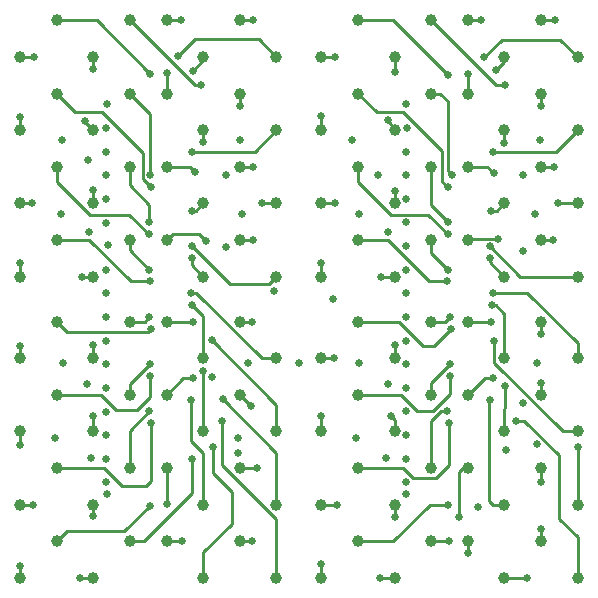
<source format=gbr>
%TF.GenerationSoftware,KiCad,Pcbnew,5.1.9-73d0e3b20d~88~ubuntu20.04.1*%
%TF.CreationDate,2021-03-01T10:08:49-05:00*%
%TF.ProjectId,SiPM_Board,5369504d-5f42-46f6-9172-642e6b696361,rev?*%
%TF.SameCoordinates,Original*%
%TF.FileFunction,Copper,L1,Top*%
%TF.FilePolarity,Positive*%
%FSLAX46Y46*%
G04 Gerber Fmt 4.6, Leading zero omitted, Abs format (unit mm)*
G04 Created by KiCad (PCBNEW 5.1.9-73d0e3b20d~88~ubuntu20.04.1) date 2021-03-01 10:08:49*
%MOMM*%
%LPD*%
G01*
G04 APERTURE LIST*
%TA.AperFunction,SMDPad,CuDef*%
%ADD10C,1.000000*%
%TD*%
%TA.AperFunction,ViaPad*%
%ADD11C,0.635000*%
%TD*%
%TA.AperFunction,Conductor*%
%ADD12C,0.294640*%
%TD*%
%TA.AperFunction,Conductor*%
%ADD13C,0.250000*%
%TD*%
G04 APERTURE END LIST*
D10*
%TO.P,U5,H4*%
%TO.N,/BIAS4*%
X151900000Y-111200000D03*
%TO.P,U5,H2*%
X151900000Y-105000000D03*
%TO.P,U5,G3*%
%TO.N,Net-(J2-Pad47)*%
X155000000Y-108100000D03*
%TO.P,U5,G1*%
%TO.N,Net-(J2-Pad39)*%
X155000000Y-101900000D03*
%TO.P,U5,F4*%
%TO.N,/BIAS4*%
X158100000Y-111200000D03*
%TO.P,U5,E3*%
%TO.N,Net-(J2-Pad45)*%
X161200000Y-108100000D03*
%TO.P,U5,F2*%
%TO.N,/BIAS4*%
X158100000Y-105000000D03*
%TO.P,U5,E1*%
%TO.N,Net-(J2-Pad37)*%
X161200000Y-101900000D03*
%TO.P,U5,A2*%
%TO.N,Net-(J2-Pad33)*%
X173600000Y-105000000D03*
%TO.P,U5,B1*%
%TO.N,/BIAS4*%
X170500000Y-101900000D03*
%TO.P,U5,C2*%
%TO.N,Net-(J2-Pad35)*%
X167400000Y-105000000D03*
%TO.P,U5,D1*%
%TO.N,/BIAS4*%
X164300000Y-101900000D03*
%TO.P,U5,A4*%
%TO.N,Net-(J2-Pad41)*%
X173600000Y-111200000D03*
%TO.P,U5,B3*%
%TO.N,/BIAS4*%
X170500000Y-108100000D03*
%TO.P,U5,C4*%
%TO.N,Net-(J2-Pad43)*%
X167400000Y-111200000D03*
%TO.P,U5,D3*%
%TO.N,/BIAS4*%
X164300000Y-108100000D03*
%TO.P,U5,C8*%
%TO.N,Net-(J2-Pad59)*%
X167400000Y-123600000D03*
%TO.P,U5,A8*%
%TO.N,Net-(J2-Pad57)*%
X173600000Y-123600000D03*
%TO.P,U5,B7*%
%TO.N,/BIAS4*%
X170500000Y-120500000D03*
%TO.P,U5,D7*%
X164300000Y-120500000D03*
%TO.P,U5,A6*%
%TO.N,Net-(J2-Pad49)*%
X173600000Y-117400000D03*
%TO.P,U5,B5*%
%TO.N,/BIAS4*%
X170500000Y-114300000D03*
%TO.P,U5,C6*%
%TO.N,Net-(J2-Pad51)*%
X167400000Y-117400000D03*
%TO.P,U5,D5*%
%TO.N,/BIAS4*%
X164300000Y-114300000D03*
%TO.P,U5,H8*%
X151900000Y-123600000D03*
%TO.P,U5,H6*%
X151900000Y-117400000D03*
%TO.P,U5,G5*%
%TO.N,Net-(J2-Pad55)*%
X155000000Y-114300000D03*
%TO.P,U5,F8*%
%TO.N,/BIAS4*%
X158100000Y-123600000D03*
%TO.P,U5,G7*%
%TO.N,Net-(J2-Pad63)*%
X155000000Y-120500000D03*
%TO.P,U5,E7*%
%TO.N,Net-(J2-Pad61)*%
X161200000Y-120500000D03*
%TO.P,U5,F6*%
%TO.N,/BIAS4*%
X158100000Y-117400000D03*
%TO.P,U5,E5*%
%TO.N,Net-(J2-Pad53)*%
X161200000Y-114300000D03*
%TD*%
%TO.P,U3,H4*%
%TO.N,/BIAS2*%
X126400000Y-111200000D03*
%TO.P,U3,H2*%
X126400000Y-105000000D03*
%TO.P,U3,G3*%
%TO.N,Net-(J1-Pad47)*%
X129500000Y-108100000D03*
%TO.P,U3,G1*%
%TO.N,Net-(J1-Pad39)*%
X129500000Y-101900000D03*
%TO.P,U3,F4*%
%TO.N,/BIAS2*%
X132600000Y-111200000D03*
%TO.P,U3,E3*%
%TO.N,Net-(J1-Pad45)*%
X135700000Y-108100000D03*
%TO.P,U3,F2*%
%TO.N,/BIAS2*%
X132600000Y-105000000D03*
%TO.P,U3,E1*%
%TO.N,Net-(J1-Pad37)*%
X135700000Y-101900000D03*
%TO.P,U3,A2*%
%TO.N,Net-(J1-Pad33)*%
X148100000Y-105000000D03*
%TO.P,U3,B1*%
%TO.N,/BIAS2*%
X145000000Y-101900000D03*
%TO.P,U3,C2*%
%TO.N,Net-(J1-Pad35)*%
X141900000Y-105000000D03*
%TO.P,U3,D1*%
%TO.N,/BIAS2*%
X138800000Y-101900000D03*
%TO.P,U3,A4*%
%TO.N,Net-(J1-Pad41)*%
X148100000Y-111200000D03*
%TO.P,U3,B3*%
%TO.N,/BIAS2*%
X145000000Y-108100000D03*
%TO.P,U3,C4*%
%TO.N,Net-(J1-Pad43)*%
X141900000Y-111200000D03*
%TO.P,U3,D3*%
%TO.N,/BIAS2*%
X138800000Y-108100000D03*
%TO.P,U3,C8*%
%TO.N,Net-(J1-Pad59)*%
X141900000Y-123600000D03*
%TO.P,U3,A8*%
%TO.N,Net-(J1-Pad57)*%
X148100000Y-123600000D03*
%TO.P,U3,B7*%
%TO.N,/BIAS2*%
X145000000Y-120500000D03*
%TO.P,U3,D7*%
X138800000Y-120500000D03*
%TO.P,U3,A6*%
%TO.N,Net-(J1-Pad49)*%
X148100000Y-117400000D03*
%TO.P,U3,B5*%
%TO.N,/BIAS2*%
X145000000Y-114300000D03*
%TO.P,U3,C6*%
%TO.N,Net-(J1-Pad51)*%
X141900000Y-117400000D03*
%TO.P,U3,D5*%
%TO.N,/BIAS2*%
X138800000Y-114300000D03*
%TO.P,U3,H8*%
X126400000Y-123600000D03*
%TO.P,U3,H6*%
X126400000Y-117400000D03*
%TO.P,U3,G5*%
%TO.N,Net-(J1-Pad55)*%
X129500000Y-114300000D03*
%TO.P,U3,F8*%
%TO.N,/BIAS2*%
X132600000Y-123600000D03*
%TO.P,U3,G7*%
%TO.N,Net-(J1-Pad63)*%
X129500000Y-120500000D03*
%TO.P,U3,E7*%
%TO.N,Net-(J1-Pad61)*%
X135700000Y-120500000D03*
%TO.P,U3,F6*%
%TO.N,/BIAS2*%
X132600000Y-117400000D03*
%TO.P,U3,E5*%
%TO.N,Net-(J1-Pad53)*%
X135700000Y-114300000D03*
%TD*%
%TO.P,U4,E5*%
%TO.N,Net-(J2-Pad21)*%
X161200000Y-88800000D03*
%TO.P,U4,F6*%
%TO.N,/BIAS3*%
X158100000Y-91900000D03*
%TO.P,U4,E7*%
%TO.N,Net-(J2-Pad29)*%
X161200000Y-95000000D03*
%TO.P,U4,G7*%
%TO.N,Net-(J2-Pad31)*%
X155000000Y-95000000D03*
%TO.P,U4,F8*%
%TO.N,/BIAS3*%
X158100000Y-98100000D03*
%TO.P,U4,G5*%
%TO.N,Net-(J2-Pad23)*%
X155000000Y-88800000D03*
%TO.P,U4,H6*%
%TO.N,/BIAS3*%
X151900000Y-91900000D03*
%TO.P,U4,H8*%
X151900000Y-98100000D03*
%TO.P,U4,D5*%
X164300000Y-88800000D03*
%TO.P,U4,C6*%
%TO.N,Net-(J2-Pad19)*%
X167400000Y-91900000D03*
%TO.P,U4,B5*%
%TO.N,/BIAS3*%
X170500000Y-88800000D03*
%TO.P,U4,A6*%
%TO.N,Net-(J2-Pad17)*%
X173600000Y-91900000D03*
%TO.P,U4,D7*%
%TO.N,/BIAS3*%
X164300000Y-95000000D03*
%TO.P,U4,B7*%
X170500000Y-95000000D03*
%TO.P,U4,A8*%
%TO.N,Net-(J2-Pad25)*%
X173600000Y-98100000D03*
%TO.P,U4,C8*%
%TO.N,Net-(J2-Pad27)*%
X167400000Y-98100000D03*
%TO.P,U4,D3*%
%TO.N,/BIAS3*%
X164300000Y-82600000D03*
%TO.P,U4,C4*%
%TO.N,Net-(J2-Pad11)*%
X167400000Y-85700000D03*
%TO.P,U4,B3*%
%TO.N,/BIAS3*%
X170500000Y-82600000D03*
%TO.P,U4,A4*%
%TO.N,Net-(J2-Pad9)*%
X173600000Y-85700000D03*
%TO.P,U4,D1*%
%TO.N,/BIAS3*%
X164300000Y-76400000D03*
%TO.P,U4,C2*%
%TO.N,Net-(J2-Pad3)*%
X167400000Y-79500000D03*
%TO.P,U4,B1*%
%TO.N,/BIAS3*%
X170500000Y-76400000D03*
%TO.P,U4,A2*%
%TO.N,Net-(J2-Pad1)*%
X173600000Y-79500000D03*
%TO.P,U4,E1*%
%TO.N,Net-(J2-Pad5)*%
X161200000Y-76400000D03*
%TO.P,U4,F2*%
%TO.N,/BIAS3*%
X158100000Y-79500000D03*
%TO.P,U4,E3*%
%TO.N,Net-(J2-Pad13)*%
X161200000Y-82600000D03*
%TO.P,U4,F4*%
%TO.N,/BIAS3*%
X158100000Y-85700000D03*
%TO.P,U4,G1*%
%TO.N,Net-(J2-Pad7)*%
X155000000Y-76400000D03*
%TO.P,U4,G3*%
%TO.N,Net-(J2-Pad15)*%
X155000000Y-82600000D03*
%TO.P,U4,H2*%
%TO.N,/BIAS3*%
X151900000Y-79500000D03*
%TO.P,U4,H4*%
X151900000Y-85700000D03*
%TD*%
%TO.P,U2,H4*%
%TO.N,/BIAS1*%
X126400000Y-85700000D03*
%TO.P,U2,H2*%
X126400000Y-79500000D03*
%TO.P,U2,G3*%
%TO.N,Net-(J1-Pad15)*%
X129500000Y-82600000D03*
%TO.P,U2,G1*%
%TO.N,Net-(J1-Pad7)*%
X129500000Y-76400000D03*
%TO.P,U2,F4*%
%TO.N,/BIAS1*%
X132600000Y-85700000D03*
%TO.P,U2,E3*%
%TO.N,Net-(J1-Pad13)*%
X135700000Y-82600000D03*
%TO.P,U2,F2*%
%TO.N,/BIAS1*%
X132600000Y-79500000D03*
%TO.P,U2,E1*%
%TO.N,Net-(J1-Pad5)*%
X135700000Y-76400000D03*
%TO.P,U2,A2*%
%TO.N,Net-(J1-Pad1)*%
X148100000Y-79500000D03*
%TO.P,U2,B1*%
%TO.N,/BIAS1*%
X145000000Y-76400000D03*
%TO.P,U2,C2*%
%TO.N,Net-(J1-Pad3)*%
X141900000Y-79500000D03*
%TO.P,U2,D1*%
%TO.N,/BIAS1*%
X138800000Y-76400000D03*
%TO.P,U2,A4*%
%TO.N,Net-(J1-Pad9)*%
X148100000Y-85700000D03*
%TO.P,U2,B3*%
%TO.N,/BIAS1*%
X145000000Y-82600000D03*
%TO.P,U2,C4*%
%TO.N,Net-(J1-Pad11)*%
X141900000Y-85700000D03*
%TO.P,U2,D3*%
%TO.N,/BIAS1*%
X138800000Y-82600000D03*
%TO.P,U2,C8*%
%TO.N,Net-(J1-Pad27)*%
X141900000Y-98100000D03*
%TO.P,U2,A8*%
%TO.N,Net-(J1-Pad25)*%
X148100000Y-98100000D03*
%TO.P,U2,B7*%
%TO.N,/BIAS1*%
X145000000Y-95000000D03*
%TO.P,U2,D7*%
X138800000Y-95000000D03*
%TO.P,U2,A6*%
%TO.N,Net-(J1-Pad17)*%
X148100000Y-91900000D03*
%TO.P,U2,B5*%
%TO.N,/BIAS1*%
X145000000Y-88800000D03*
%TO.P,U2,C6*%
%TO.N,Net-(J1-Pad19)*%
X141900000Y-91900000D03*
%TO.P,U2,D5*%
%TO.N,/BIAS1*%
X138800000Y-88800000D03*
%TO.P,U2,H8*%
X126400000Y-98100000D03*
%TO.P,U2,H6*%
X126400000Y-91900000D03*
%TO.P,U2,G5*%
%TO.N,Net-(J1-Pad23)*%
X129500000Y-88800000D03*
%TO.P,U2,F8*%
%TO.N,/BIAS1*%
X132600000Y-98100000D03*
%TO.P,U2,G7*%
%TO.N,Net-(J1-Pad31)*%
X129500000Y-95000000D03*
%TO.P,U2,E7*%
%TO.N,Net-(J1-Pad29)*%
X135700000Y-95000000D03*
%TO.P,U2,F6*%
%TO.N,/BIAS1*%
X132600000Y-91900000D03*
%TO.P,U2,E5*%
%TO.N,Net-(J1-Pad21)*%
X135700000Y-88800000D03*
%TD*%
D11*
%TO.N,GND*%
X133707308Y-111522692D03*
X133707308Y-103522692D03*
X133707308Y-101522692D03*
X133707308Y-87522692D03*
X133707308Y-115522692D03*
X133707308Y-113522692D03*
X133707308Y-107522692D03*
X133707308Y-105522692D03*
X133707308Y-109522692D03*
X133827308Y-95432692D03*
X133707308Y-85522692D03*
X133707308Y-93522692D03*
X133707308Y-91522692D03*
X133707308Y-89522692D03*
X133707308Y-99522692D03*
X133707308Y-97522692D03*
X159077308Y-111512692D03*
X159077308Y-103512692D03*
X159077308Y-101512692D03*
X159077308Y-87512692D03*
X159077308Y-115512692D03*
X159077308Y-113512692D03*
X159077308Y-107512692D03*
X159077308Y-105512692D03*
X159077308Y-109512692D03*
X159077308Y-95512692D03*
X159077308Y-93512692D03*
X159077308Y-91512692D03*
X159077308Y-89512692D03*
X159077308Y-99512692D03*
X159077308Y-97512692D03*
X143870000Y-89500000D03*
X168940000Y-89490000D03*
X167540000Y-112770000D03*
X132427500Y-113492500D03*
X156700000Y-89510000D03*
X157362500Y-113492500D03*
X132167500Y-88232500D03*
X152860000Y-100000000D03*
X144880000Y-113040000D03*
X132057500Y-107172500D03*
X142670000Y-106620000D03*
X157562500Y-107172500D03*
X132240000Y-94280000D03*
X143870000Y-95620000D03*
X157540000Y-94290000D03*
X168940000Y-95900000D03*
X168940000Y-108800000D03*
X159127308Y-85512692D03*
X150000000Y-105400000D03*
X147935320Y-99344680D03*
%TO.N,/BIAS1*%
X133762700Y-83502700D03*
X142170000Y-95100000D03*
X127570000Y-79500000D03*
X126400000Y-84610000D03*
X132600000Y-90800000D03*
X126400000Y-96980000D03*
X131640000Y-98100000D03*
X144992500Y-86507500D03*
X138800000Y-80870000D03*
X132600000Y-80550000D03*
X129852500Y-92827500D03*
X145142500Y-92827500D03*
X127420000Y-91900000D03*
X129970000Y-86520000D03*
X131855000Y-84955000D03*
X139990000Y-76400000D03*
X146090000Y-76400000D03*
X145000000Y-83680000D03*
X146080000Y-95000000D03*
X146120000Y-88800000D03*
X141210000Y-89220000D03*
%TO.N,/BIAS2*%
X133757366Y-116502634D03*
X131470000Y-123600000D03*
X140110000Y-120500000D03*
X138800000Y-117340000D03*
X126400000Y-112350000D03*
X129382500Y-111767500D03*
X132600000Y-109880000D03*
X141060000Y-106710000D03*
X141020000Y-101900000D03*
X132600000Y-118350000D03*
X146030000Y-120500000D03*
X146440000Y-114300000D03*
X144877500Y-111767500D03*
X130042500Y-105447500D03*
X145670000Y-105450000D03*
X145930000Y-109030000D03*
X127460000Y-117400000D03*
X126400000Y-122580000D03*
X126400000Y-103930000D03*
X132600000Y-103870000D03*
X146070000Y-101900000D03*
%TO.N,Net-(J1-Pad63)*%
X137360000Y-117500000D03*
%TO.N,Net-(J1-Pad61)*%
X140990000Y-113510000D03*
%TO.N,Net-(J1-Pad59)*%
X142747358Y-112502642D03*
%TO.N,Net-(J1-Pad57)*%
X143467356Y-110300000D03*
%TO.N,Net-(J1-Pad55)*%
X137460000Y-110500000D03*
%TO.N,Net-(J1-Pad53)*%
X137330000Y-109500000D03*
%TO.N,Net-(J1-Pad51)*%
X140880000Y-108500000D03*
%TO.N,Net-(J1-Pad49)*%
X143550000Y-108490000D03*
%TO.N,Net-(J1-Pad47)*%
X137360000Y-106510000D03*
%TO.N,Net-(J1-Pad45)*%
X137390000Y-105520000D03*
%TO.N,Net-(J1-Pad43)*%
X141900000Y-106050000D03*
%TO.N,Net-(J1-Pad41)*%
X142640000Y-103500000D03*
%TO.N,Net-(J1-Pad39)*%
X137440000Y-102520000D03*
%TO.N,Net-(J1-Pad37)*%
X137350000Y-101510000D03*
%TO.N,Net-(J1-Pad35)*%
X140970000Y-100500000D03*
%TO.N,Net-(J1-Pad33)*%
X140860000Y-99480000D03*
%TO.N,Net-(J1-Pad31)*%
X137360000Y-98500000D03*
%TO.N,Net-(J1-Pad29)*%
X137340000Y-97510000D03*
%TO.N,Net-(J1-Pad27)*%
X140950000Y-96520000D03*
%TO.N,Net-(J1-Pad25)*%
X140920000Y-95500000D03*
%TO.N,Net-(J1-Pad23)*%
X137320000Y-94500000D03*
%TO.N,Net-(J1-Pad21)*%
X137340000Y-93510000D03*
%TO.N,Net-(J1-Pad19)*%
X140930000Y-92510000D03*
%TO.N,Net-(J1-Pad17)*%
X146870000Y-91900000D03*
%TO.N,Net-(J1-Pad15)*%
X137450000Y-90520000D03*
%TO.N,Net-(J1-Pad13)*%
X137430000Y-89490000D03*
%TO.N,Net-(J1-Pad11)*%
X141900000Y-86720000D03*
%TO.N,Net-(J1-Pad9)*%
X140930000Y-87510000D03*
%TO.N,Net-(J1-Pad7)*%
X137400000Y-80900000D03*
%TO.N,Net-(J1-Pad5)*%
X141730000Y-81890000D03*
%TO.N,Net-(J1-Pad3)*%
X141000000Y-80650000D03*
%TO.N,Net-(J1-Pad1)*%
X139760000Y-79450000D03*
%TO.N,Net-(J2-Pad63)*%
X162630000Y-117420000D03*
%TO.N,Net-(J2-Pad61)*%
X162750000Y-120500000D03*
%TO.N,Net-(J2-Pad59)*%
X169300000Y-123600000D03*
%TO.N,Net-(J2-Pad57)*%
X168380000Y-110280000D03*
%TO.N,Net-(J2-Pad55)*%
X162670000Y-110500000D03*
%TO.N,Net-(J2-Pad53)*%
X162580000Y-109500000D03*
%TO.N,Net-(J2-Pad51)*%
X166157350Y-108502650D03*
%TO.N,Net-(J2-Pad49)*%
X173630000Y-112510000D03*
%TO.N,Net-(J2-Pad47)*%
X162807346Y-106502654D03*
%TO.N,Net-(J2-Pad45)*%
X162797344Y-105502656D03*
%TO.N,Net-(J2-Pad43)*%
X167409603Y-107339603D03*
%TO.N,Net-(J2-Pad41)*%
X166550000Y-103520000D03*
%TO.N,Net-(J2-Pad39)*%
X162852662Y-102502662D03*
%TO.N,Net-(J2-Pad37)*%
X162762664Y-101502664D03*
%TO.N,Net-(J2-Pad35)*%
X166380000Y-100530000D03*
%TO.N,Net-(J2-Pad33)*%
X166400000Y-99500000D03*
%TO.N,Net-(J2-Pad31)*%
X162580000Y-98500000D03*
%TO.N,Net-(J2-Pad29)*%
X162660000Y-97530000D03*
%TO.N,Net-(J2-Pad27)*%
X166180000Y-96510000D03*
%TO.N,Net-(J2-Pad25)*%
X166190000Y-95536064D03*
%TO.N,Net-(J2-Pad23)*%
X162630000Y-94510000D03*
%TO.N,Net-(J2-Pad21)*%
X162620000Y-93480000D03*
%TO.N,Net-(J2-Pad19)*%
X166230000Y-92500000D03*
%TO.N,Net-(J2-Pad17)*%
X171930000Y-91890000D03*
%TO.N,Net-(J2-Pad15)*%
X162645789Y-90474211D03*
%TO.N,Net-(J2-Pad13)*%
X162952688Y-89502688D03*
%TO.N,Net-(J2-Pad11)*%
X167390000Y-86750000D03*
%TO.N,Net-(J2-Pad9)*%
X166407308Y-87502692D03*
%TO.N,Net-(J2-Pad7)*%
X162630000Y-81020000D03*
%TO.N,Net-(J2-Pad5)*%
X167480000Y-81890000D03*
%TO.N,Net-(J2-Pad3)*%
X166730000Y-80600000D03*
%TO.N,Net-(J2-Pad1)*%
X165690000Y-79510000D03*
%TO.N,/BIAS3*%
X159078000Y-83502700D03*
X151900000Y-96900000D03*
X156980000Y-98100000D03*
X153020000Y-91900000D03*
X158100000Y-90820000D03*
X151900000Y-84510000D03*
X166500000Y-89350000D03*
X170382500Y-86507500D03*
X154527500Y-86507500D03*
X164300000Y-80940000D03*
X158100000Y-80790000D03*
X155117500Y-92827500D03*
X170012500Y-92827500D03*
X153020000Y-79500000D03*
X165400000Y-76400000D03*
X171650000Y-76400000D03*
X170500000Y-83680000D03*
X171580000Y-88800000D03*
X171530000Y-95000000D03*
X166881243Y-94871243D03*
X157520000Y-84840000D03*
%TO.N,/BIAS4*%
X159078000Y-116502634D03*
X156910000Y-123600000D03*
X151900000Y-122430000D03*
X153190000Y-117400000D03*
X154812500Y-111767500D03*
X151900000Y-109860000D03*
X166280000Y-101900000D03*
X170500000Y-102980000D03*
X166400000Y-106640000D03*
X170500000Y-107070000D03*
X170500000Y-115470000D03*
X170500000Y-119440000D03*
X157800000Y-109910000D03*
X164300000Y-121510000D03*
X158100000Y-118410000D03*
X170130000Y-112300000D03*
X163530000Y-118470000D03*
X153010000Y-105000000D03*
X170187500Y-105447500D03*
X155122500Y-105447500D03*
X158100000Y-103900000D03*
X165140000Y-117610000D03*
%TD*%
D12*
%TO.N,/BIAS1*%
X126400000Y-98100000D02*
X126400000Y-96980000D01*
X132600000Y-98100000D02*
X131640000Y-98100000D01*
X132600000Y-91900000D02*
X132600000Y-90800000D01*
X126400000Y-85700000D02*
X126400000Y-84610000D01*
X126400000Y-79500000D02*
X127570000Y-79500000D01*
X138800000Y-82600000D02*
X138800000Y-80870000D01*
X139299999Y-94500001D02*
X141570001Y-94500001D01*
X138800000Y-95000000D02*
X139299999Y-94500001D01*
X141570001Y-94500001D02*
X142170000Y-95100000D01*
X132600000Y-79500000D02*
X132600000Y-80550000D01*
X126400000Y-91900000D02*
X127420000Y-91900000D01*
X131855000Y-84955000D02*
X131740000Y-84840000D01*
X131740000Y-84840000D02*
X132600000Y-85700000D01*
X138800000Y-76400000D02*
X139990000Y-76400000D01*
X145000000Y-76400000D02*
X146090000Y-76400000D01*
X145000000Y-82600000D02*
X145000000Y-83680000D01*
X145000000Y-95000000D02*
X146080000Y-95000000D01*
X145000000Y-88800000D02*
X146120000Y-88800000D01*
X138800000Y-88800000D02*
X140790000Y-88800000D01*
X140790000Y-88800000D02*
X141210000Y-89220000D01*
%TO.N,/BIAS2*%
X132600000Y-117400000D02*
X132860000Y-117400000D01*
X132600000Y-111200000D02*
X132600000Y-109880000D01*
X126400000Y-111200000D02*
X126400000Y-112350000D01*
X132600000Y-123600000D02*
X131470000Y-123600000D01*
X138800000Y-101900000D02*
X141020000Y-101900000D01*
X138800000Y-108100000D02*
X140190000Y-106710000D01*
X140190000Y-106710000D02*
X141060000Y-106710000D01*
X138800000Y-114300000D02*
X138800000Y-117340000D01*
X138800000Y-120500000D02*
X140110000Y-120500000D01*
X132600000Y-117400000D02*
X132600000Y-118350000D01*
X145000000Y-120500000D02*
X146030000Y-120500000D01*
X145000000Y-114300000D02*
X146440000Y-114300000D01*
X145000000Y-108100000D02*
X145930000Y-109030000D01*
X126400000Y-117400000D02*
X127460000Y-117400000D01*
X126400000Y-123600000D02*
X126400000Y-122580000D01*
X126400000Y-105000000D02*
X126400000Y-103930000D01*
X132600000Y-105000000D02*
X132600000Y-103870000D01*
X145000000Y-101900000D02*
X146070000Y-101900000D01*
%TO.N,Net-(J1-Pad63)*%
X135207321Y-119652679D02*
X137360000Y-117500000D01*
X130347321Y-119652679D02*
X135207321Y-119652679D01*
X129500000Y-120500000D02*
X130347321Y-119652679D01*
%TO.N,Net-(J1-Pad61)*%
X140990000Y-116410000D02*
X140990000Y-113510000D01*
X136900000Y-120500000D02*
X140990000Y-116410000D01*
X135700000Y-120500000D02*
X136900000Y-120500000D01*
%TO.N,Net-(J1-Pad59)*%
X142747358Y-112502642D02*
X142747358Y-114747358D01*
X142747358Y-114747358D02*
X144350000Y-116350000D01*
X144350000Y-116350000D02*
X144350000Y-119000000D01*
X141900000Y-121450000D02*
X141900000Y-123600000D01*
X144350000Y-119000000D02*
X141900000Y-121450000D01*
%TO.N,Net-(J1-Pad57)*%
X143467356Y-114021392D02*
X143467356Y-110300000D01*
X148100000Y-118654036D02*
X143467356Y-114021392D01*
X148100000Y-123600000D02*
X148100000Y-118654036D01*
%TO.N,Net-(J1-Pad55)*%
X137060000Y-115830000D02*
X137460000Y-115430000D01*
X134998552Y-115830000D02*
X137060000Y-115830000D01*
X137460000Y-115430000D02*
X137460000Y-110500000D01*
X133468552Y-114300000D02*
X134998552Y-115830000D01*
X129500000Y-114300000D02*
X133468552Y-114300000D01*
%TO.N,Net-(J1-Pad53)*%
X135700000Y-111130000D02*
X135700000Y-114300000D01*
X137330000Y-109500000D02*
X135700000Y-111130000D01*
%TO.N,Net-(J1-Pad51)*%
X141900000Y-117400000D02*
X141900000Y-113020000D01*
X140880000Y-112000000D02*
X140880000Y-108500000D01*
X141900000Y-113020000D02*
X140880000Y-112000000D01*
%TO.N,Net-(J1-Pad49)*%
X148100000Y-113040000D02*
X143550000Y-108490000D01*
X148100000Y-117400000D02*
X148100000Y-113040000D01*
%TO.N,Net-(J1-Pad47)*%
X133268552Y-108100000D02*
X134518552Y-109350000D01*
X129500000Y-108100000D02*
X133268552Y-108100000D01*
X134518552Y-109350000D02*
X136330000Y-109350000D01*
X137360000Y-108320000D02*
X137360000Y-106510000D01*
X136330000Y-109350000D02*
X137360000Y-108320000D01*
%TO.N,Net-(J1-Pad45)*%
X135700000Y-108100000D02*
X135700000Y-107210000D01*
X135700000Y-107210000D02*
X137390000Y-105520000D01*
%TO.N,Net-(J1-Pad43)*%
X141900000Y-111200000D02*
X141900000Y-106050000D01*
%TO.N,Net-(J1-Pad41)*%
X148100000Y-111200000D02*
X148100000Y-108960000D01*
X148100000Y-108960000D02*
X142640000Y-103500000D01*
%TO.N,Net-(J1-Pad39)*%
X130347321Y-102747321D02*
X137052679Y-102747321D01*
X129500000Y-101900000D02*
X130347321Y-102747321D01*
X137052679Y-102747321D02*
X137212679Y-102747321D01*
X137212679Y-102747321D02*
X137440000Y-102520000D01*
%TO.N,Net-(J1-Pad37)*%
X135700000Y-101900000D02*
X136960000Y-101900000D01*
X136960000Y-101900000D02*
X137350000Y-101510000D01*
%TO.N,Net-(J1-Pad35)*%
X141900000Y-105000000D02*
X141900000Y-101430000D01*
X141900000Y-101430000D02*
X140970000Y-100500000D01*
%TO.N,Net-(J1-Pad33)*%
X146845964Y-105000000D02*
X141325964Y-99480000D01*
X148100000Y-105000000D02*
X146845964Y-105000000D01*
X141325964Y-99480000D02*
X140860000Y-99480000D01*
%TO.N,Net-(J1-Pad31)*%
X132253936Y-95000000D02*
X135753936Y-98500000D01*
X129500000Y-95000000D02*
X132253936Y-95000000D01*
X135753936Y-98500000D02*
X137360000Y-98500000D01*
%TO.N,Net-(J1-Pad29)*%
X135700000Y-95000000D02*
X135700000Y-95870000D01*
X135700000Y-95870000D02*
X137340000Y-97510000D01*
%TO.N,Net-(J1-Pad27)*%
X141900000Y-98100000D02*
X140950000Y-97150000D01*
X140950000Y-97150000D02*
X140950000Y-96520000D01*
%TO.N,Net-(J1-Pad25)*%
X147482679Y-98717321D02*
X144137321Y-98717321D01*
X148100000Y-98100000D02*
X147482679Y-98717321D01*
X144137321Y-98717321D02*
X140920000Y-95500000D01*
%TO.N,Net-(J1-Pad23)*%
X132283823Y-92837859D02*
X135657859Y-92837859D01*
X129500000Y-90054036D02*
X132283823Y-92837859D01*
X129500000Y-88800000D02*
X129500000Y-90054036D01*
X135657859Y-92837859D02*
X137320000Y-94500000D01*
%TO.N,Net-(J1-Pad21)*%
X135700000Y-88800000D02*
X135700000Y-90350000D01*
X137340000Y-91990000D02*
X137340000Y-93510000D01*
X135700000Y-90350000D02*
X137340000Y-91990000D01*
%TO.N,Net-(J1-Pad19)*%
X141900000Y-91900000D02*
X141290000Y-92510000D01*
X141290000Y-92510000D02*
X140930000Y-92510000D01*
%TO.N,Net-(J1-Pad17)*%
X148100000Y-91900000D02*
X146870000Y-91900000D01*
%TO.N,Net-(J1-Pad15)*%
X137395110Y-90520000D02*
X137450000Y-90520000D01*
X136765179Y-89835179D02*
X137450000Y-90520000D01*
X133336073Y-84167521D02*
X136765179Y-87596627D01*
X136765179Y-87596627D02*
X136765179Y-89835179D01*
X131067521Y-84167521D02*
X133336073Y-84167521D01*
X129500000Y-82600000D02*
X131067521Y-84167521D01*
%TO.N,Net-(J1-Pad13)*%
X137430000Y-84330000D02*
X135700000Y-82600000D01*
X137430000Y-89490000D02*
X137430000Y-84330000D01*
%TO.N,Net-(J1-Pad11)*%
X141900000Y-85700000D02*
X141900000Y-86720000D01*
%TO.N,Net-(J1-Pad9)*%
X146290000Y-87510000D02*
X140930000Y-87510000D01*
X148100000Y-85700000D02*
X146290000Y-87510000D01*
%TO.N,Net-(J1-Pad7)*%
X132900000Y-76400000D02*
X137400000Y-80900000D01*
X129500000Y-76400000D02*
X132900000Y-76400000D01*
%TO.N,Net-(J1-Pad5)*%
X141190000Y-81890000D02*
X141730000Y-81890000D01*
X135700000Y-76400000D02*
X141190000Y-81890000D01*
%TO.N,Net-(J1-Pad3)*%
X141900000Y-79750000D02*
X141000000Y-80650000D01*
X141900000Y-79500000D02*
X141900000Y-79750000D01*
%TO.N,Net-(J1-Pad1)*%
X148100000Y-79500000D02*
X146610000Y-78010000D01*
X141200000Y-78010000D02*
X139760000Y-79450000D01*
X146610000Y-78010000D02*
X141200000Y-78010000D01*
%TO.N,Net-(J2-Pad63)*%
X155000000Y-120500000D02*
X157990000Y-120500000D01*
X161070000Y-117420000D02*
X162630000Y-117420000D01*
X157990000Y-120500000D02*
X161070000Y-117420000D01*
%TO.N,Net-(J2-Pad61)*%
X161200000Y-120500000D02*
X162750000Y-120500000D01*
%TO.N,Net-(J2-Pad59)*%
X167400000Y-123600000D02*
X169300000Y-123600000D01*
%TO.N,Net-(J2-Pad57)*%
X173600000Y-123600000D02*
X173600000Y-120170000D01*
X173600000Y-120170000D02*
X172020000Y-118590000D01*
X169093936Y-110280000D02*
X168380000Y-110280000D01*
X172020000Y-113206064D02*
X169093936Y-110280000D01*
X172020000Y-118590000D02*
X172020000Y-113206064D01*
%TO.N,Net-(J2-Pad55)*%
X161606715Y-115147321D02*
X162670000Y-114084036D01*
X159695873Y-115147321D02*
X161606715Y-115147321D01*
X162670000Y-114084036D02*
X162670000Y-110500000D01*
X158848552Y-114300000D02*
X159695873Y-115147321D01*
X155000000Y-114300000D02*
X158848552Y-114300000D01*
%TO.N,Net-(J2-Pad53)*%
X162000000Y-109500000D02*
X162580000Y-109500000D01*
X161200000Y-110300000D02*
X162000000Y-109500000D01*
X161200000Y-114300000D02*
X161200000Y-110300000D01*
%TO.N,Net-(J2-Pad51)*%
X167400000Y-117400000D02*
X166450000Y-117400000D01*
X166450000Y-117400000D02*
X166130000Y-117080000D01*
X166130000Y-108530000D02*
X166157350Y-108502650D01*
X166130000Y-117080000D02*
X166130000Y-108530000D01*
%TO.N,Net-(J2-Pad49)*%
X173600000Y-112540000D02*
X173630000Y-112510000D01*
X173600000Y-117400000D02*
X173600000Y-112540000D01*
%TO.N,Net-(J2-Pad47)*%
X162807346Y-107746690D02*
X162807346Y-106502654D01*
X155000000Y-108100000D02*
X158670000Y-108100000D01*
X158670000Y-108100000D02*
X160005230Y-109435230D01*
X160005230Y-109435230D02*
X161365230Y-109435230D01*
X162807346Y-107993114D02*
X162807346Y-107746690D01*
X161365230Y-109435230D02*
X162807346Y-107993114D01*
%TO.N,Net-(J2-Pad45)*%
X161200000Y-107100000D02*
X162797344Y-105502656D01*
X161200000Y-108100000D02*
X161200000Y-107100000D01*
%TO.N,Net-(J2-Pad43)*%
X167400000Y-111200000D02*
X167409603Y-107339603D01*
%TO.N,Net-(J2-Pad41)*%
X166550000Y-103520000D02*
X166550000Y-103500000D01*
X172345964Y-111200000D02*
X173600000Y-111200000D01*
X166550000Y-105404036D02*
X172345964Y-111200000D01*
X166550000Y-103520000D02*
X166550000Y-105404036D01*
%TO.N,Net-(J2-Pad39)*%
X158448552Y-101900000D02*
X160488552Y-103940000D01*
X155000000Y-101900000D02*
X158448552Y-101900000D01*
X161415324Y-103940000D02*
X162852662Y-102502662D01*
X160488552Y-103940000D02*
X161415324Y-103940000D01*
%TO.N,Net-(J2-Pad37)*%
X162365328Y-101900000D02*
X162762664Y-101502664D01*
X161200000Y-101900000D02*
X162365328Y-101900000D01*
%TO.N,Net-(J2-Pad35)*%
X167400000Y-105000000D02*
X167400000Y-101230000D01*
X167400000Y-101230000D02*
X166700000Y-100530000D01*
X166700000Y-100530000D02*
X166380000Y-100530000D01*
%TO.N,Net-(J2-Pad33)*%
X173600000Y-103745964D02*
X169354036Y-99500000D01*
X173600000Y-105000000D02*
X173600000Y-103745964D01*
X169354036Y-99500000D02*
X166400000Y-99500000D01*
%TO.N,Net-(J2-Pad31)*%
X157548552Y-95000000D02*
X161048552Y-98500000D01*
X155000000Y-95000000D02*
X157548552Y-95000000D01*
X161048552Y-98500000D02*
X162580000Y-98500000D01*
%TO.N,Net-(J2-Pad29)*%
X161200000Y-96130000D02*
X162660000Y-97530000D01*
X161200000Y-95000000D02*
X161200000Y-96130000D01*
%TO.N,Net-(J2-Pad27)*%
X167400000Y-98100000D02*
X166180000Y-96880000D01*
X166180000Y-96880000D02*
X166180000Y-96510000D01*
%TO.N,Net-(J2-Pad25)*%
X168753936Y-98100000D02*
X166190000Y-95536064D01*
X173600000Y-98100000D02*
X168753936Y-98100000D01*
%TO.N,Net-(J2-Pad23)*%
X157793835Y-92847871D02*
X160967871Y-92847871D01*
X155000000Y-90054036D02*
X157793835Y-92847871D01*
X155000000Y-88800000D02*
X155000000Y-90054036D01*
X160967871Y-92847871D02*
X162630000Y-94510000D01*
%TO.N,Net-(J2-Pad21)*%
X161200000Y-88800000D02*
X161200000Y-92060000D01*
X161200000Y-92060000D02*
X162620000Y-93480000D01*
%TO.N,Net-(J2-Pad19)*%
X167400000Y-91900000D02*
X166800000Y-92500000D01*
X166800000Y-92500000D02*
X166230000Y-92500000D01*
%TO.N,Net-(J2-Pad17)*%
X171940000Y-91900000D02*
X171930000Y-91890000D01*
X173600000Y-91900000D02*
X171940000Y-91900000D01*
%TO.N,Net-(J2-Pad15)*%
X162645789Y-90474211D02*
X162750000Y-90550000D01*
X162090000Y-87491448D02*
X162090000Y-90070000D01*
X162090000Y-90070000D02*
X162645789Y-90474211D01*
X155000000Y-82600000D02*
X156575179Y-84175179D01*
X158773731Y-84175179D02*
X162090000Y-87491448D01*
X156575179Y-84175179D02*
X158773731Y-84175179D01*
%TO.N,Net-(J2-Pad13)*%
X162584650Y-89134650D02*
X162952688Y-89502688D01*
X162584650Y-83254650D02*
X162584650Y-89134650D01*
X161930000Y-82600000D02*
X162584650Y-83254650D01*
X161200000Y-82600000D02*
X161930000Y-82600000D01*
%TO.N,Net-(J2-Pad11)*%
X167390000Y-85730000D02*
X167390000Y-86750000D01*
%TO.N,Net-(J2-Pad9)*%
X171797308Y-87502692D02*
X166407308Y-87502692D01*
X173600000Y-85700000D02*
X171797308Y-87502692D01*
%TO.N,Net-(J2-Pad7)*%
X158010000Y-76400000D02*
X162630000Y-81020000D01*
X155000000Y-76400000D02*
X158010000Y-76400000D01*
%TO.N,Net-(J2-Pad5)*%
X166690000Y-81890000D02*
X167480000Y-81890000D01*
X161200000Y-76400000D02*
X166690000Y-81890000D01*
%TO.N,Net-(J2-Pad3)*%
X167400000Y-79930000D02*
X166730000Y-80600000D01*
X167400000Y-79500000D02*
X167400000Y-79930000D01*
%TO.N,Net-(J2-Pad1)*%
X173600000Y-79500000D02*
X172120000Y-78020000D01*
X167180000Y-78020000D02*
X165690000Y-79510000D01*
X172120000Y-78020000D02*
X167180000Y-78020000D01*
%TO.N,/BIAS3*%
X170371243Y-94871243D02*
X170500000Y-95000000D01*
X151900000Y-98100000D02*
X151900000Y-96900000D01*
X158100000Y-98100000D02*
X156980000Y-98100000D01*
X151900000Y-91900000D02*
X153020000Y-91900000D01*
X158100000Y-91900000D02*
X158100000Y-90820000D01*
X164300000Y-82600000D02*
X164300000Y-80940000D01*
X164300000Y-88800000D02*
X165950000Y-88800000D01*
X165950000Y-88800000D02*
X166500000Y-89350000D01*
X158100000Y-79500000D02*
X158100000Y-80790000D01*
X151900000Y-79500000D02*
X153020000Y-79500000D01*
X164300000Y-76400000D02*
X165400000Y-76400000D01*
X170500000Y-76400000D02*
X171650000Y-76400000D01*
X170500000Y-82600000D02*
X170500000Y-83680000D01*
X170500000Y-88800000D02*
X171580000Y-88800000D01*
X170500000Y-95000000D02*
X171530000Y-95000000D01*
X164428757Y-94871243D02*
X164300000Y-95000000D01*
X166881243Y-94871243D02*
X164428757Y-94871243D01*
X158100000Y-85700000D02*
X157520000Y-84840000D01*
X151900000Y-85700000D02*
X151900000Y-84510000D01*
%TO.N,/BIAS4*%
X158100000Y-117400000D02*
X158180634Y-117400000D01*
X151900000Y-123600000D02*
X151900000Y-122430000D01*
X158100000Y-123600000D02*
X156910000Y-123600000D01*
X151900000Y-117400000D02*
X153190000Y-117400000D01*
X159078000Y-116502634D02*
X158997366Y-116502634D01*
X151900000Y-111200000D02*
X151900000Y-109860000D01*
X158100000Y-111200000D02*
X158100000Y-110210000D01*
X158100000Y-110210000D02*
X157800000Y-109910000D01*
X164300000Y-101900000D02*
X166280000Y-101900000D01*
X170500000Y-101900000D02*
X170500000Y-102980000D01*
X170500000Y-108100000D02*
X170500000Y-107070000D01*
X164300000Y-108100000D02*
X165760000Y-106640000D01*
X165760000Y-106640000D02*
X166400000Y-106640000D01*
X170500000Y-114300000D02*
X170500000Y-115470000D01*
X170500000Y-120500000D02*
X170500000Y-119440000D01*
X164300000Y-120500000D02*
X164300000Y-121510000D01*
X158100000Y-117400000D02*
X158100000Y-118410000D01*
X163530000Y-114650000D02*
X163880000Y-114300000D01*
X163530000Y-118470000D02*
X163530000Y-114650000D01*
X163880000Y-114300000D02*
X164300000Y-114300000D01*
D13*
X151900000Y-105000000D02*
X153010000Y-105000000D01*
D12*
X158100000Y-105000000D02*
X158100000Y-103900000D01*
%TD*%
M02*

</source>
